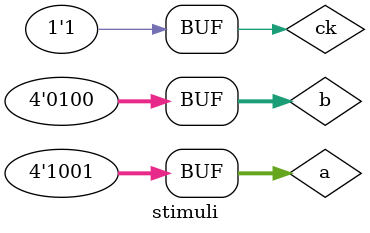
<source format=v>
module stimuli(    );
reg [3:0] a,b;
reg ck;

wire Cout;
wire [3:0] Sum;

newadder dut(a,b,ck,Sum,Cout);

always
 begin
 #10 ck=0;
 #10 ck=1;
 end
 
 initial
 begin
    a=3; b=6;
#10 a=4; b=6;
#10 a=2; b=5;
#10 a=9; b=4;

end

endmodule

</source>
